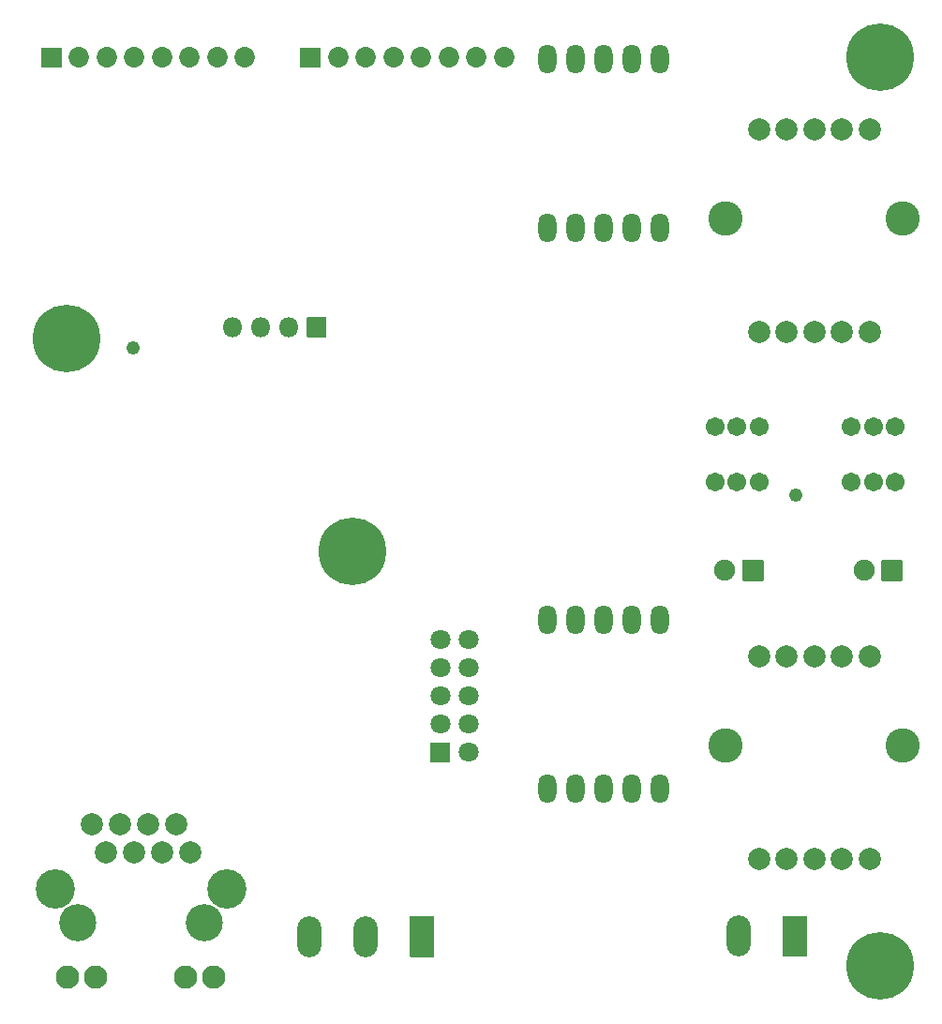
<source format=gbs>
G04 Layer: BottomSilkscreenLayer*
G04 EasyEDA Pro v2.1.32.5533625a, 2023-09-11 21:51:51*
G04 Gerber Generator version 0.3*
G04 Scale: 100 percent, Rotated: No, Reflected: No *
G04 Dimensions in millimeters  *
G04 leading zeros omitted , absolute positions ,3 integer and 6 decimal *
G04 #@! TF.GenerationSoftware,KiCad,Pcbnew,(5.1.10)-1*
G04 #@! TF.CreationDate,2023-09-11T22:03:16+08:00*
G04 #@! TF.ProjectId,AntennaSwitch_6x2,416e7465-6e6e-4615-9377-697463685f36,rev?*
G04 #@! TF.SameCoordinates,Original*
G04 #@! TF.FileFunction,Soldermask,Bot*
G04 #@! TF.FilePolarity,Negative*
%FSLAX46Y46*%
G04 Gerber Fmt 4.6, Leading zero omitted, Abs format (unit mm)*
G04 Created by KiCad (PCBNEW (5.1.10)-1) date 2023-09-11 22:03:16*
%MOMM*%
%LPD*%
G01*
G04 APERTURE LIST*
%ADD10C,3.102000*%
%ADD11C,2.002000*%
%ADD12C,1.702000*%
%ADD13C,1.245000*%
%ADD14O,1.626000X2.626000*%
%ADD15C,0.902000*%
%ADD16C,6.102000*%
%ADD17C,1.802000*%
%ADD18O,2.182000X3.702000*%
%ADD19O,1.802000X1.802000*%
%ADD20C,2.102000*%
%ADD21C,3.552000*%
%ADD22C,3.352000*%
%ADD23C,1.852000*%
%ADD24C,1.902000*%
G04 APERTURE END LIST*
D10*
X110024000Y-121129000D03*
X126024000Y-121129000D03*
D11*
X123024000Y-113079000D03*
X120524000Y-113079000D03*
X118024000Y-113079000D03*
X115524000Y-113079000D03*
X113024000Y-113079000D03*
X113024000Y-131379000D03*
X115524000Y-131379000D03*
X118024000Y-131379000D03*
X120524000Y-131379000D03*
X123024000Y-131379000D03*
D10*
X110024001Y-73504000D03*
X126024001Y-73504000D03*
D11*
X123024001Y-65454000D03*
X120524001Y-65454000D03*
X118024001Y-65454000D03*
X115524001Y-65454000D03*
X113024001Y-65454000D03*
X113024001Y-83754000D03*
X115524001Y-83754000D03*
X118024001Y-83754000D03*
X120524001Y-83754000D03*
X123024001Y-83754000D03*
D12*
X113039000Y-97297000D03*
X111039000Y-97297000D03*
X109039000Y-97297000D03*
X113039000Y-92297000D03*
X111039000Y-92297000D03*
X109039000Y-92297000D03*
X125358000Y-97297000D03*
X123358000Y-97297000D03*
X121358000Y-97297000D03*
X125358000Y-92297000D03*
X123358000Y-92297000D03*
X121358000Y-92297000D03*
D13*
X116347600Y-98530800D03*
X56492000Y-85208000D03*
D14*
X104080000Y-109783001D03*
X101540000Y-109783001D03*
X99000000Y-109783001D03*
X96460000Y-109783001D03*
X93920000Y-109783001D03*
X93920000Y-125023001D03*
X96460000Y-125023001D03*
X99000000Y-125023001D03*
X101540000Y-125023001D03*
X104080000Y-125023001D03*
D15*
X74260190Y-104772900D03*
X74260190Y-102397900D03*
X76317000Y-101210400D03*
X78373810Y-102397900D03*
X78373810Y-104772900D03*
X76317000Y-105960400D03*
D16*
X76317000Y-103585400D03*
D15*
X48403190Y-85570500D03*
X48403190Y-83195500D03*
X50460000Y-82008000D03*
X52516810Y-83195500D03*
X52516810Y-85570500D03*
X50460000Y-86758000D03*
D16*
X50460000Y-84383000D03*
D15*
X121943190Y-60187500D03*
X121943190Y-57812500D03*
X124000000Y-56625000D03*
X126056810Y-57812500D03*
X126056810Y-60187500D03*
X124000000Y-61375000D03*
D16*
X124000000Y-59000000D03*
D15*
X121943190Y-142187500D03*
X121943190Y-139812500D03*
X124000000Y-138625000D03*
X126056810Y-139812500D03*
X126056810Y-142187500D03*
X124000000Y-143375000D03*
D16*
X124000000Y-141000000D03*
G36*
G01*
X85092000Y-122622000D02*
X83392000Y-122622000D01*
G75*
G02*
X83341000Y-122571000I0J51000D01*
G01*
X83341000Y-120871000D01*
G75*
G02*
X83392000Y-120820000I51000J0D01*
G01*
X85092000Y-120820000D01*
G75*
G02*
X85143000Y-120871000I0J-51000D01*
G01*
X85143000Y-122571000D01*
G75*
G02*
X85092000Y-122622000I-51000J0D01*
G01*
G37*
D17*
X86782000Y-121721000D03*
X84242000Y-119181000D03*
X86782000Y-119181000D03*
X84242000Y-116641000D03*
X86782000Y-116641000D03*
X84242000Y-114101000D03*
X86782000Y-114101000D03*
X84242000Y-111561000D03*
X86782000Y-111561000D03*
D14*
X104080000Y-59110000D03*
X101540000Y-59110000D03*
X99000000Y-59110000D03*
X96460000Y-59110000D03*
X93920000Y-59110000D03*
X93920000Y-74350000D03*
X96460000Y-74350000D03*
X99000000Y-74350000D03*
X101540000Y-74350000D03*
X104080000Y-74350000D03*
G36*
G01*
X117337000Y-136531000D02*
X117337000Y-140131000D01*
G75*
G02*
X117286000Y-140182000I-51000J0D01*
G01*
X115206000Y-140182000D01*
G75*
G02*
X115155000Y-140131000I0J51000D01*
G01*
X115155000Y-136531000D01*
G75*
G02*
X115206000Y-136480000I51000J0D01*
G01*
X117286000Y-136480000D01*
G75*
G02*
X117337000Y-136531000I0J-51000D01*
G01*
G37*
D18*
X111166000Y-138331000D03*
G36*
G01*
X83682000Y-136558000D02*
X83682000Y-140158000D01*
G75*
G02*
X83631000Y-140209000I-51000J0D01*
G01*
X81551000Y-140209000D01*
G75*
G02*
X81500000Y-140158000I0J51000D01*
G01*
X81500000Y-136558000D01*
G75*
G02*
X81551000Y-136507000I51000J0D01*
G01*
X83631000Y-136507000D01*
G75*
G02*
X83682000Y-136558000I0J-51000D01*
G01*
G37*
X77511000Y-138358000D03*
X72431000Y-138358000D03*
G36*
G01*
X73916000Y-84243000D02*
X72216000Y-84243000D01*
G75*
G02*
X72165000Y-84192000I0J51000D01*
G01*
X72165000Y-82492000D01*
G75*
G02*
X72216000Y-82441000I51000J0D01*
G01*
X73916000Y-82441000D01*
G75*
G02*
X73967000Y-82492000I0J-51000D01*
G01*
X73967000Y-84192000D01*
G75*
G02*
X73916000Y-84243000I-51000J0D01*
G01*
G37*
D19*
X70526000Y-83342000D03*
X67986000Y-83342000D03*
X65446000Y-83342000D03*
D20*
X50548999Y-141988000D03*
X53088999Y-141988000D03*
X61258999Y-141988000D03*
X63798999Y-141988000D03*
D21*
X49428999Y-134038000D03*
X64918999Y-134038000D03*
D11*
X54003999Y-130738000D03*
X56543999Y-130738000D03*
X59083999Y-130738000D03*
X61623999Y-130738000D03*
X52733999Y-128198000D03*
X55273999Y-128198000D03*
X60353999Y-128198000D03*
X57813999Y-128198000D03*
D22*
X62888999Y-137088000D03*
X51458999Y-137088000D03*
G36*
G01*
X48174000Y-59875000D02*
X48174000Y-58125000D01*
G75*
G02*
X48225000Y-58074000I51000J0D01*
G01*
X49975000Y-58074000D01*
G75*
G02*
X50026000Y-58125000I0J-51000D01*
G01*
X50026000Y-59875000D01*
G75*
G02*
X49975000Y-59926000I-51000J0D01*
G01*
X48225000Y-59926000D01*
G75*
G02*
X48174000Y-59875000I0J51000D01*
G01*
G37*
D23*
X51600000Y-59000000D03*
X54100000Y-59000000D03*
X56600000Y-59000000D03*
X59100000Y-59000000D03*
X61600000Y-59000000D03*
X64100000Y-59000000D03*
X66600000Y-59000000D03*
G36*
G01*
X71574000Y-59875000D02*
X71574000Y-58125000D01*
G75*
G02*
X71625000Y-58074000I51000J0D01*
G01*
X73375000Y-58074000D01*
G75*
G02*
X73426000Y-58125000I0J-51000D01*
G01*
X73426000Y-59875000D01*
G75*
G02*
X73375000Y-59926000I-51000J0D01*
G01*
X71625000Y-59926000D01*
G75*
G02*
X71574000Y-59875000I0J51000D01*
G01*
G37*
X75000000Y-59000000D03*
X77500000Y-59000000D03*
X80000000Y-59000000D03*
X82500000Y-59000000D03*
X85000000Y-59000000D03*
X87500000Y-59000000D03*
X90000000Y-59000000D03*
G36*
G01*
X125985400Y-104412600D02*
X125985400Y-106212600D01*
G75*
G02*
X125934400Y-106263600I-51000J0D01*
G01*
X124134400Y-106263600D01*
G75*
G02*
X124083400Y-106212600I0J51000D01*
G01*
X124083400Y-104412600D01*
G75*
G02*
X124134400Y-104361600I51000J0D01*
G01*
X125934400Y-104361600D01*
G75*
G02*
X125985400Y-104412600I0J-51000D01*
G01*
G37*
D24*
X122494400Y-105312600D03*
G36*
G01*
X113437800Y-104412600D02*
X113437800Y-106212600D01*
G75*
G02*
X113386800Y-106263600I-51000J0D01*
G01*
X111586800Y-106263600D01*
G75*
G02*
X111535800Y-106212600I0J51000D01*
G01*
X111535800Y-104412600D01*
G75*
G02*
X111586800Y-104361600I51000J0D01*
G01*
X113386800Y-104361600D01*
G75*
G02*
X113437800Y-104412600I0J-51000D01*
G01*
G37*
X109946800Y-105312600D03*
M02*

</source>
